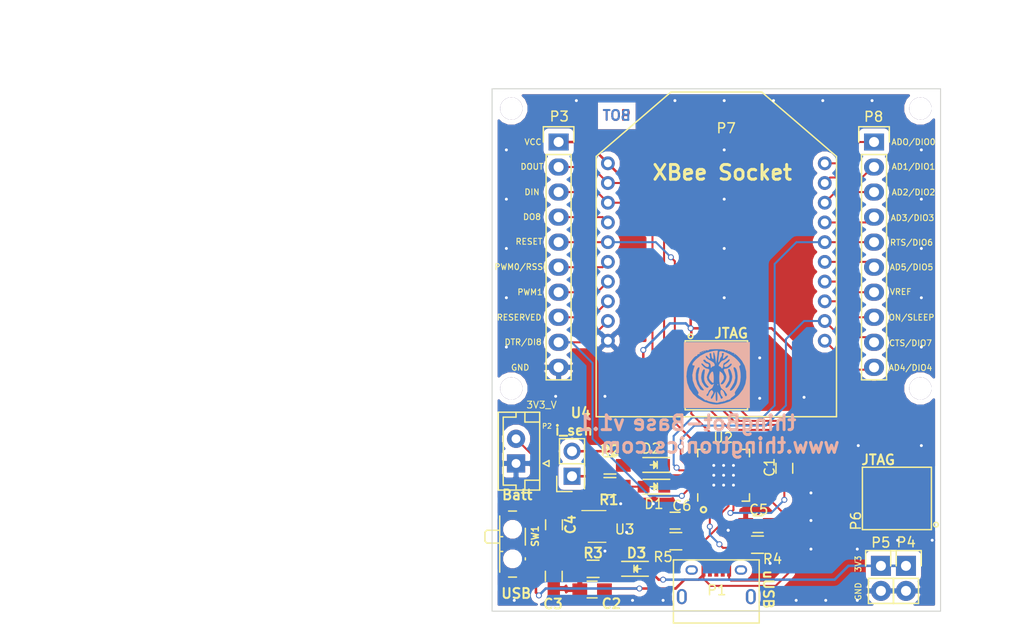
<source format=kicad_pcb>
(kicad_pcb (version 4) (host pcbnew 4.0.4-stable)
  (title_block (title thingBot-Base) (date 2016-12-25) (rev v1.1) (company "thingTronics Innovations Pvt. Ltd."))
  (layers (0 F.Cu signal) (31 B.Cu signal) (34 B.Paste user) (35 F.Paste user hide) (36 B.SilkS user) (37 F.SilkS user) (38 B.Mask user) (39 F.Mask user) (44 Edge.Cuts user))
  (net 0 "")
  (net 1 VDD)
  (net 2 GND)
  (net 3 +5V)
  (net 4 "Net-(C3-Pad1)")
  (net 5 +3V3)
  (net 6 "Net-(D1-Pad2)")
  (net 7 /DIN)
  (net 8 "Net-(D2-Pad2)")
  (net 9 /DOUT)
  (net 10 "Net-(D3-Pad1)")
  (net 11 VXBEE_3V3)
  (net 12 "Net-(P3-Pad4)")
  (net 13 RST)
  (net 14 "Net-(P3-Pad6)")
  (net 15 "Net-(P3-Pad7)")
  (net 16 "Net-(P3-Pad8)")
  (net 17 DTR)
  (net 18 "Net-(P6-Pad7)")
  (net 19 "Net-(P6-Pad10)")
  (net 20 "Net-(P6-Pad8)")
  (net 21 "Net-(P6-Pad2)")
  (net 22 "Net-(P6-Pad4)")
  (net 23 "Net-(P6-Pad6)")
  (net 24 "Net-(P7-Pad27)")
  (net 25 /AD0)
  (net 26 "Net-(P7-Pad19)")
  (net 27 "Net-(P7-Pad18)")
  (net 28 "Net-(P7-Pad17)")
  (net 29 RTS)
  (net 30 "Net-(P7-Pad15)")
  (net 31 "Net-(P7-Pad14)")
  (net 32 "Net-(P7-Pad13)")
  (net 33 CTS)
  (net 34 "Net-(P7-Pad11)")
  (net 35 "Net-(U2-Pad1)")
  (net 36 "Net-(U2-Pad2)")
  (net 37 "Net-(U2-Pad10)")
  (net 38 "Net-(U2-Pad11)")
  (net 39 "Net-(U2-Pad12)")
  (net 40 "Net-(U2-Pad13)")
  (net 41 "Net-(U2-Pad14)")
  (net 42 "Net-(U2-Pad15)")
  (net 43 "Net-(U2-Pad16)")
  (net 44 "Net-(U2-Pad17)")
  (net 45 "Net-(U2-Pad18)")
  (net 46 "Net-(U2-Pad19)")
  (net 47 "Net-(U2-Pad20)")
  (net 48 "Net-(U2-Pad21)")
  (net 49 "Net-(U2-Pad22)")
  (net 50 "Net-(U2-Pad27)")
  (net 51 "Net-(P1-Pad4)")
  (net 52 "Net-(U3-Pad4)")
  (net 53 "Net-(C5-Pad1)")
  (net 54 "Net-(C6-Pad1)")
  (net 55 "Net-(R4-Pad1)")
  (net 56 "Net-(R5-Pad1)")
  (net 57 "Net-(P2-Pad2)")
  (module conn-wire-pads:Hole-Screw-NP-#4 (layer F.Cu) (at 128.3 71.6)
    (fp_text reference REF** hide)
    (fp_text value VAL** hide)
    (pad P thru_hole circle (at -0.1 0) (size 2.2606 2.2606) (drill 2.2606) (layers *.Cu *.Mask) (clearance 0.5))
  )
  (module VIA'S:VIA_0.6mm (layer F.Cu) (at 163.4 105.8)
    (fp_text reference REF** hide)
    (fp_text value VIA_0.6mm hide)
    (pad 1 thru_hole circle (at 0 0) (size 0.6 0.6) (drill 0.3) (layers *.Cu) (net 2 GND))
  )
  (module Buttons_Switches_SMD:SW_SPDT_PCM12 (layer F.Cu) (at 128.65 115.79 270)
    (fp_text reference SW1 (at -0.8 -1.97 450) (layer F.SilkS) (effects (font (size 0.7 0.7))))
    (fp_text value ON/OFF_Switch)
    (pad "" np_thru_hole circle (at -1.5 0.325 270) (size 0.9 0.9) (drill 0.9) (layers *.Cu *.Mask))
    (pad "" np_thru_hole circle (at 1.5 0.325 270) (size 0.9 0.9) (drill 0.9) (layers *.Cu *.Mask))
    (pad 1 smd rect (at -2.25 -1.425 270) (size 0.7 1.5) (layers F.Cu F.Paste F.Mask) (net 57 "Net-(P2-Pad2)"))
    (pad 2 smd rect (at 0.75 -1.425 270) (size 0.7 1.5) (layers F.Cu F.Paste F.Mask) (net 4 "Net-(C3-Pad1)"))
    (pad 3 smd rect (at 2.25 -1.425 270) (size 0.7 1.5) (layers F.Cu F.Paste F.Mask) (net 3 +5V))
    (pad "" smd rect (at -3.65 1.425 270) (size 1 0.8) (layers F.Cu F.Paste F.Mask))
    (pad "" smd rect (at 3.65 1.425 270) (size 1 0.8) (layers F.Cu F.Paste F.Mask))
    (pad "" smd rect (at 3.65 -0.775 270) (size 1 0.8) (layers F.Cu F.Paste F.Mask))
    (pad "" smd rect (at -3.65 -0.775 270) (size 1 0.8) (layers F.Cu F.Paste F.Mask))
  )
  (module VIA'S:VIA_0.6mm (layer F.Cu) (at 137.7 100.8)
    (fp_text reference REF** hide)
    (fp_text value VIA_0.6mm hide)
    (pad 1 thru_hole circle (at 0 0) (size 0.6 0.6) (drill 0.3) (layers *.Cu) (net 2 GND))
  )
  (module VIA'S:VIA_0.6mm (layer F.Cu) (at 132.7 100.8)
    (fp_text reference REF** hide)
    (fp_text value VIA_0.6mm hide)
    (pad 1 thru_hole circle (at 0 0) (size 0.6 0.6) (drill 0.3) (layers *.Cu) (net 2 GND))
  )
  (module VIA'S:VIA_0.6mm (layer F.Cu) (at 149.8 90.8)
    (fp_text reference REF** hide)
    (fp_text value VIA_0.6mm hide)
    (pad 1 thru_hole circle (at 0 0) (size 0.6 0.6) (drill 0.3) (layers *.Cu) (net 2 GND))
  )
  (module VIA'S:VIA_0.6mm (layer F.Cu) (at 149.8 85.8)
    (fp_text reference REF** hide)
    (fp_text value VIA_0.6mm hide)
    (pad 1 thru_hole circle (at 0 0) (size 0.6 0.6) (drill 0.3) (layers *.Cu) (net 2 GND))
  )
  (module VIA'S:VIA_0.6mm (layer F.Cu) (at 149.8 80.8)
    (fp_text reference REF** hide)
    (fp_text value VIA_0.6mm hide)
    (pad 1 thru_hole circle (at 0 0) (size 0.6 0.6) (drill 0.3) (layers *.Cu) (net 2 GND))
  )
  (module VIA'S:VIA_0.6mm (layer F.Cu) (at 149.8 75.8)
    (fp_text reference REF** hide)
    (fp_text value VIA_0.6mm hide)
    (pad 1 thru_hole circle (at 0 0) (size 0.6 0.6) (drill 0.3) (layers *.Cu) (net 2 GND))
  )
  (module VIA'S:VIA_0.6mm (layer F.Cu) (at 127.7 95.8)
    (fp_text reference REF** hide)
    (fp_text value VIA_0.6mm hide)
    (pad 1 thru_hole circle (at 0 0) (size 0.6 0.6) (drill 0.3) (layers *.Cu) (net 2 GND))
  )
  (module VIA'S:VIA_0.6mm (layer F.Cu) (at 127.7 90.8)
    (fp_text reference REF** hide)
    (fp_text value VIA_0.6mm hide)
    (pad 1 thru_hole circle (at 0 0) (size 0.6 0.6) (drill 0.3) (layers *.Cu) (net 2 GND))
  )
  (module VIA'S:VIA_0.6mm (layer F.Cu) (at 127.7 85.8)
    (fp_text reference REF** hide)
    (fp_text value VIA_0.6mm hide)
    (pad 1 thru_hole circle (at 0 0) (size 0.6 0.6) (drill 0.3) (layers *.Cu) (net 2 GND))
  )
  (module VIA'S:VIA_0.6mm (layer F.Cu) (at 127.7 80.8)
    (fp_text reference REF** hide)
    (fp_text value VIA_0.6mm hide)
    (pad 1 thru_hole circle (at 0 0) (size 0.6 0.6) (drill 0.3) (layers *.Cu) (net 2 GND))
  )
  (module VIA'S:VIA_0.6mm (layer F.Cu) (at 127.7 75.8)
    (fp_text reference REF** hide)
    (fp_text value VIA_0.6mm hide)
    (pad 1 thru_hole circle (at 0 0) (size 0.6 0.6) (drill 0.3) (layers *.Cu) (net 2 GND))
  )
  (module VIA'S:VIA_0.6mm (layer F.Cu) (at 169.8 105.8)
    (fp_text reference REF** hide)
    (fp_text value VIA_0.6mm hide)
    (pad 1 thru_hole circle (at 0 0) (size 0.6 0.6) (drill 0.3) (layers *.Cu) (net 2 GND))
  )
  (module VIA'S:VIA_0.6mm (layer F.Cu) (at 169.8 95.8)
    (fp_text reference REF** hide)
    (fp_text value VIA_0.6mm hide)
    (pad 1 thru_hole circle (at 0 0) (size 0.6 0.6) (drill 0.3) (layers *.Cu) (net 2 GND))
  )
  (module VIA'S:VIA_0.6mm (layer F.Cu) (at 169.8 90.8)
    (fp_text reference REF** hide)
    (fp_text value VIA_0.6mm hide)
    (pad 1 thru_hole circle (at 0 0) (size 0.6 0.6) (drill 0.3) (layers *.Cu) (net 2 GND))
  )
  (module VIA'S:VIA_0.6mm (layer F.Cu) (at 169.8 85.8)
    (fp_text reference REF** hide)
    (fp_text value VIA_0.6mm hide)
    (pad 1 thru_hole circle (at 0 0) (size 0.6 0.6) (drill 0.3) (layers *.Cu) (net 2 GND))
  )
  (module VIA'S:VIA_0.6mm (layer F.Cu) (at 169.8 80.8)
    (fp_text reference REF** hide)
    (fp_text value VIA_0.6mm hide)
    (pad 1 thru_hole circle (at 0 0) (size 0.6 0.6) (drill 0.3) (layers *.Cu) (net 2 GND))
  )
  (module VIA'S:VIA_0.6mm (layer F.Cu) (at 169.8 75.8)
    (fp_text reference REF** hide)
    (fp_text value VIA_0.6mm hide)
    (pad 1 thru_hole circle (at 0 0) (size 0.6 0.6) (drill 0.3) (layers *.Cu) (net 2 GND))
  )
  (module VIA'S:VIA_0.6mm (layer F.Cu) (at 134.8 70.8)
    (fp_text reference REF** hide)
    (fp_text value VIA_0.6mm hide)
    (pad 1 thru_hole circle (at 0 0) (size 0.6 0.6) (drill 0.3) (layers *.Cu) (net 2 GND))
  )
  (module VIA'S:VIA_0.6mm (layer F.Cu) (at 144.8 70.8)
    (fp_text reference REF** hide)
    (fp_text value VIA_0.6mm hide)
    (pad 1 thru_hole circle (at 0 0) (size 0.6 0.6) (drill 0.3) (layers *.Cu) (net 2 GND))
  )
  (module VIA'S:VIA_0.6mm (layer F.Cu) (at 149.8 70.8)
    (fp_text reference REF** hide)
    (fp_text value VIA_0.6mm hide)
    (pad 1 thru_hole circle (at 0 0) (size 0.6 0.6) (drill 0.3) (layers *.Cu) (net 2 GND))
  )
  (module VIA'S:VIA_0.6mm (layer F.Cu) (at 164.8 70.8)
    (fp_text reference REF** hide)
    (fp_text value VIA_0.6mm hide)
    (pad 1 thru_hole circle (at 0 0) (size 0.6 0.6) (drill 0.3) (layers *.Cu) (net 2 GND))
  )
  (module VIA'S:VIA_0.6mm (layer F.Cu) (at 159.8 70.8)
    (fp_text reference REF** hide)
    (fp_text value VIA_0.6mm hide)
    (pad 1 thru_hole circle (at 0 0) (size 0.6 0.6) (drill 0.3) (layers *.Cu) (net 2 GND))
  )
  (module VIA'S:VIA_0.6mm (layer F.Cu) (at 154.8 70.8)
    (fp_text reference REF** hide)
    (fp_text value VIA_0.6mm hide)
    (pad 1 thru_hole circle (at 0 0) (size 0.6 0.6) (drill 0.3) (layers *.Cu) (net 2 GND))
  )
  (module VIA'S:VIA_0.6mm (layer F.Cu) (at 157.9 100.9)
    (fp_text reference REF** hide)
    (fp_text value VIA_0.6mm hide)
    (pad 1 thru_hole circle (at 0 0) (size 0.6 0.6) (drill 0.3) (layers *.Cu) (net 2 GND))
  )
  (module VIA'S:VIA_0.6mm (layer F.Cu) (at 153.4 101)
    (fp_text reference REF** hide)
    (fp_text value VIA_0.6mm hide)
    (pad 1 thru_hole circle (at 0 0) (size 0.6 0.6) (drill 0.3) (layers *.Cu) (net 2 GND))
  )
  (module VIA'S:VIA_0.6mm (layer F.Cu) (at 128.5 121.5)
    (fp_text reference REF** hide)
    (fp_text value VIA_0.6mm hide)
    (pad 1 thru_hole circle (at 0 0) (size 0.6 0.6) (drill 0.3) (layers *.Cu) (net 2 GND))
  )
  (module VIA'S:VIA_0.6mm (layer F.Cu) (at 158.6 113.4)
    (fp_text reference REF** hide)
    (fp_text value VIA_0.6mm hide)
    (pad 1 thru_hole circle (at 0 0) (size 0.6 0.6) (drill 0.3) (layers *.Cu) (net 2 GND))
  )
  (module VIA'S:VIA_0.6mm (layer F.Cu) (at 170.9 115.4)
    (fp_text reference REF** hide)
    (fp_text value VIA_0.6mm hide)
    (pad 1 thru_hole circle (at 0 0) (size 0.6 0.6) (drill 0.3) (layers *.Cu) (net 2 GND))
  )
  (module VIA'S:VIA_0.6mm (layer F.Cu) (at 167.4 115.4)
    (fp_text reference REF** hide)
    (fp_text value VIA_0.6mm hide)
    (pad 1 thru_hole circle (at 0 0) (size 0.6 0.6) (drill 0.3) (layers *.Cu) (net 2 GND))
  )
  (module VIA'S:VIA_0.6mm (layer F.Cu) (at 163.3 116.3)
    (fp_text reference REF** hide)
    (fp_text value VIA_0.6mm hide)
    (pad 1 thru_hole circle (at 0 0) (size 0.6 0.6) (drill 0.3) (layers *.Cu) (net 2 GND))
  )
  (module VIA'S:VIA_0.6mm (layer F.Cu) (at 158.6 110.6)
    (fp_text reference REF** hide)
    (fp_text value VIA_0.6mm hide)
    (pad 1 thru_hole circle (at 0 0) (size 0.6 0.6) (drill 0.3) (layers *.Cu) (net 2 GND))
  )
  (module VIA'S:VIA_0.6mm (layer F.Cu) (at 142.6 111.7)
    (fp_text reference REF** hide)
    (fp_text value VIA_0.6mm hide)
    (pad 1 thru_hole circle (at 0 0) (size 0.6 0.6) (drill 0.3) (layers *.Cu) (net 2 GND))
  )
  (module VIA'S:VIA_0.6mm (layer F.Cu) (at 139.3 111.7)
    (fp_text reference REF** hide)
    (fp_text value VIA_0.6mm hide)
    (pad 1 thru_hole circle (at 0 0) (size 0.6 0.6) (drill 0.3) (layers *.Cu) (net 2 GND))
  )
  (module VIA'S:VIA_0.6mm (layer F.Cu) (at 140.5 121.5)
    (fp_text reference REF** hide)
    (fp_text value VIA_0.6mm hide)
    (pad 1 thru_hole circle (at 0 0) (size 0.6 0.6) (drill 0.3) (layers *.Cu) (net 2 GND))
  )
  (module VIA'S:VIA_0.6mm (layer F.Cu) (at 143.6 121.5)
    (fp_text reference REF** hide)
    (fp_text value VIA_0.6mm hide)
    (pad 1 thru_hole circle (at 0 0) (size 0.6 0.6) (drill 0.3) (layers *.Cu) (net 2 GND))
  )
  (module VIA'S:VIA_0.6mm (layer F.Cu) (at 137.7 116.5)
    (fp_text reference REF** hide)
    (fp_text value VIA_0.6mm hide)
    (pad 1 thru_hole circle (at 0 0) (size 0.6 0.6) (drill 0.3) (layers *.Cu) (net 2 GND))
  )
  (module VIA'S:VIA_0.6mm (layer F.Cu) (at 139.9 114.6)
    (fp_text reference REF** hide)
    (fp_text value VIA_0.6mm hide)
    (pad 1 thru_hole circle (at 0 0) (size 0.6 0.6) (drill 0.3) (layers *.Cu) (net 2 GND))
  )
  (module VIA'S:VIA_0.6mm (layer F.Cu) (at 150.2 114.39)
    (fp_text reference REF** hide)
    (fp_text value VIA_0.6mm hide)
    (pad 1 thru_hole circle (at 0 0) (size 0.6 0.6) (drill 0.3) (layers *.Cu) (net 2 GND))
  )
  (module TO_SOT_Packages_SMD:SOT-23-5 (layer F.Cu) (at 136.9 114)
    (fp_text reference U3 (at 2.8 0.3) (layer F.SilkS))
    (fp_text value LP5907_LDO_250mA)
    (pad 1 smd rect (at -1.1 -0.95) (size 1.06 0.65) (layers F.Cu F.Paste F.Mask) (net 4 "Net-(C3-Pad1)"))
    (pad 2 smd rect (at -1.1 0) (size 1.06 0.65) (layers F.Cu F.Paste F.Mask) (net 2 GND))
    (pad 3 smd rect (at -1.1 0.95) (size 1.06 0.65) (layers F.Cu F.Paste F.Mask) (net 4 "Net-(C3-Pad1)"))
    (pad 4 smd rect (at 1.1 0.95) (size 1.06 0.65) (layers F.Cu F.Paste F.Mask) (net 52 "Net-(U3-Pad4)"))
    (pad 5 smd rect (at 1.1 -0.95) (size 1.06 0.65) (layers F.Cu F.Paste F.Mask) (net 5 +3V3))
  )
  (module Capacitors_SMD:C_0805_HandSoldering (layer F.Cu) (at 136.4 120.4 180)
    (fp_text reference C2 (at -1.96 -1.44 360) (layer F.SilkS) (effects (font (thickness 0.2))))
    (fp_text value 1uF)
    (pad 1 smd rect (at -1.25 0 180) (size 1.5 1.25) (layers F.Cu F.Paste F.Mask) (net 3 +5V))
    (pad 2 smd rect (at 1.25 0 180) (size 1.5 1.25) (layers F.Cu F.Paste F.Mask) (net 2 GND))
  )
  (module VIA'S:VIA_0.6mm (layer F.Cu) (at 154.45 117.75)
    (fp_text reference REF** hide)
    (fp_text value VIA_0.6mm hide)
    (pad 1 thru_hole circle (at 0 0) (size 0.6 0.6) (drill 0.3) (layers *.Cu) (net 2 GND))
  )
  (module VIA'S:VIA_0.6mm (layer F.Cu) (at 150.21 114.39)
    (fp_text reference REF** hide)
    (fp_text value VIA_0.6mm hide)
    (pad 1 thru_hole circle (at 0 0) (size 0.6 0.6) (drill 0.3) (layers *.Cu) (net 2 GND))
  )
  (module VIA'S:VIA_0.6mm (layer F.Cu) (at 163.3 121.5)
    (fp_text reference REF** hide)
    (fp_text value VIA_0.6mm hide)
    (pad 1 thru_hole circle (at 0 0) (size 0.6 0.6) (drill 0.3) (layers *.Cu) (net 2 GND))
  )
  (module VIA'S:VIA_0.6mm (layer F.Cu) (at 160.1 121.5)
    (fp_text reference REF** hide)
    (fp_text value VIA_0.6mm hide)
    (pad 1 thru_hole circle (at 0 0) (size 0.6 0.6) (drill 0.3) (layers *.Cu) (net 2 GND))
  )
  (module VIA'S:VIA_0.6mm (layer F.Cu) (at 157.1 121.5)
    (fp_text reference REF** hide)
    (fp_text value VIA_0.6mm hide)
    (pad 1 thru_hole circle (at 0 0) (size 0.6 0.6) (drill 0.3) (layers *.Cu) (net 2 GND))
  )
  (module VIA'S:VIA_0.6mm (layer F.Cu) (at 158.6 116.3)
    (fp_text reference REF** hide)
    (fp_text value VIA_0.6mm hide)
    (pad 1 thru_hole circle (at 0 0) (size 0.6 0.6) (drill 0.3) (layers *.Cu) (net 2 GND))
  )
  (module Xbee:XBee_Plug (layer F.Cu) (at 138 77.16)
    (fp_text reference P7 (at 12 -3.56) (layer F.SilkS))
    (fp_text value XBEE)
    (pad 29 smd rect (at 13.54 19.51 90) (size 2.5 0.75) (layers F.Cu F.Paste F.Mask) (net 2 GND))
    (pad 27 smd rect (at 12.27 19.51 90) (size 2.5 0.75) (layers F.Cu F.Paste F.Mask) (net 24 "Net-(P7-Pad27)"))
    (pad 25 smd rect (at 11 19.51 90) (size 2.5 0.75) (layers F.Cu F.Paste F.Mask) (net 2 GND))
    (pad 23 smd rect (at 9.73 19.51 90) (size 2.5 0.75) (layers F.Cu F.Paste F.Mask) (net 2 GND))
    (pad 21 smd rect (at 8.46 19.51 90) (size 2.5 0.75) (layers F.Cu F.Paste F.Mask) (net 11 VXBEE_3V3))
    (pad 22 smd rect (at 8.46 23.51 90) (size 2.5 0.75) (layers F.Cu F.Paste F.Mask) (net 21 "Net-(P6-Pad2)"))
    (pad 24 smd rect (at 9.73 23.51 90) (size 2.5 0.75) (layers F.Cu F.Paste F.Mask) (net 22 "Net-(P6-Pad4)"))
    (pad 30 smd rect (at 13.54 23.51 90) (size 2.5 0.75) (layers F.Cu F.Paste F.Mask) (net 19 "Net-(P6-Pad10)"))
    (pad 28 smd rect (at 12.27 23.51 90) (size 2.5 0.75) (layers F.Cu F.Paste F.Mask) (net 20 "Net-(P6-Pad8)"))
    (pad 20 thru_hole circle (at 22 0) (size 1.4 1.4) (drill 0.8) (layers *.Cu *.Mask) (net 25 /AD0))
    (pad 19 thru_hole circle (at 22 2) (size 1.4 1.4) (drill 0.8) (layers *.Cu *.Mask) (net 26 "Net-(P7-Pad19)"))
    (pad 18 thru_hole circle (at 22 4) (size 1.4 1.4) (drill 0.8) (layers *.Cu *.Mask) (net 27 "Net-(P7-Pad18)"))
    (pad 17 thru_hole circle (at 22 6) (size 1.4 1.4) (drill 0.8) (layers *.Cu *.Mask) (net 28 "Net-(P7-Pad17)"))
    (pad 16 thru_hole circle (at 22 8) (size 1.4 1.4) (drill 0.8) (layers *.Cu *.Mask) (net 29 RTS))
    (pad 15 thru_hole circle (at 22 10) (size 1.4 1.4) (drill 0.8) (layers *.Cu *.Mask) (net 30 "Net-(P7-Pad15)"))
    (pad 14 thru_hole circle (at 22 12) (size 1.4 1.4) (drill 0.8) (layers *.Cu *.Mask) (net 31 "Net-(P7-Pad14)"))
    (pad 13 thru_hole circle (at 22 14) (size 1.4 1.4) (drill 0.8) (layers *.Cu *.Mask) (net 32 "Net-(P7-Pad13)"))
    (pad 12 thru_hole circle (at 22 16) (size 1.4 1.4) (drill 0.8) (layers *.Cu *.Mask) (net 33 CTS))
    (pad 11 thru_hole circle (at 22 18) (size 1.4 1.4) (drill 0.8) (layers *.Cu *.Mask) (net 34 "Net-(P7-Pad11)"))
    (pad 10 thru_hole circle (at 0 18) (size 1.4 1.4) (drill 0.8) (layers *.Cu *.Mask) (net 2 GND))
    (pad 9 thru_hole circle (at 0 16) (size 1.4 1.4) (drill 0.8) (layers *.Cu *.Mask) (net 17 DTR))
    (pad 8 thru_hole circle (at 0 14) (size 1.4 1.4) (drill 0.8) (layers *.Cu *.Mask) (net 16 "Net-(P3-Pad8)"))
    (pad 7 thru_hole circle (at 0 12) (size 1.4 1.4) (drill 0.8) (layers *.Cu *.Mask) (net 15 "Net-(P3-Pad7)"))
    (pad 6 thru_hole circle (at 0 10) (size 1.4 1.4) (drill 0.8) (layers *.Cu *.Mask) (net 14 "Net-(P3-Pad6)"))
    (pad 5 thru_hole circle (at 0 8) (size 1.4 1.4) (drill 0.8) (layers *.Cu *.Mask) (net 13 RST))
    (pad 4 thru_hole circle (at 0 6) (size 1.4 1.4) (drill 0.8) (layers *.Cu *.Mask) (net 12 "Net-(P3-Pad4)"))
    (pad 3 thru_hole circle (at 0 4) (size 1.4 1.4) (drill 0.8) (layers *.Cu *.Mask) (net 7 /DIN))
    (pad 2 thru_hole circle (at 0 2) (size 1.4 1.4) (drill 0.8) (layers *.Cu *.Mask) (net 9 /DOUT))
    (pad 1 thru_hole circle (at 0 0) (size 1.4 1.4) (drill 0.8) (layers *.Cu *.Mask) (net 11 VXBEE_3V3))
    (pad 26 smd rect (at 11 23.51 90) (size 2.5 0.75) (layers F.Cu F.Paste F.Mask) (net 23 "Net-(P6-Pad6)"))
  )
  (module Capacitors_SMD:C_0805_HandSoldering (layer F.Cu) (at 132.51 119.05 270)
    (fp_text reference C3 (at 2.82 0.08 360) (layer F.SilkS) (effects (font (thickness 0.2))))
    (fp_text value 1uF)
    (pad 1 smd rect (at -1.25 0 270) (size 1.5 1.25) (layers F.Cu F.Paste F.Mask) (net 4 "Net-(C3-Pad1)"))
    (pad 2 smd rect (at 1.25 0 270) (size 1.5 1.25) (layers F.Cu F.Paste F.Mask) (net 2 GND))
  )
  (module VIA'S:VIA_0.6mm (layer F.Cu) (at 153.4 96.9)
    (fp_text reference REF** hide)
    (fp_text value VIA_0.6mm hide)
    (pad 1 thru_hole circle (at 0 0) (size 0.6 0.6) (drill 0.3) (layers *.Cu) (net 2 GND))
  )
  (module Connect:USB_Micro-B (layer F.Cu) (at 149 119.98254)
    (fp_text reference P1 (at 0.0491 0.48746) (layer F.SilkS))
    (fp_text value Micro_usb_B)
    (pad 1 smd rect (at -1.3009 -1.56254 90) (size 1.35 0.4) (layers F.Cu F.Paste F.Mask) (net 3 +5V))
    (pad 2 smd rect (at -0.6509 -1.56254 90) (size 1.35 0.4) (layers F.Cu F.Paste F.Mask) (net 54 "Net-(C6-Pad1)"))
    (pad 3 smd rect (at -0.0009 -1.56254 90) (size 1.35 0.4) (layers F.Cu F.Paste F.Mask) (net 53 "Net-(C5-Pad1)"))
    (pad 4 smd rect (at 0.6491 -1.56254 90) (size 1.35 0.4) (layers F.Cu F.Paste F.Mask) (net 51 "Net-(P1-Pad4)"))
    (pad 5 smd rect (at 1.2991 -1.56254 90) (size 1.35 0.4) (layers F.Cu F.Paste F.Mask) (net 2 GND))
    (pad 6 thru_hole oval (at -2.5009 -1.56254 90) (size 0.95 1.25) (drill oval 0.55 0.85) (layers *.Cu *.Mask))
    (pad 6 thru_hole oval (at 2.4991 -1.56254 90) (size 0.95 1.25) (drill oval 0.55 0.85) (layers *.Cu *.Mask))
    (pad 6 thru_hole oval (at -3.5009 1.13746 90) (size 1.55 1) (drill oval 1.15 0.5) (layers *.Cu *.Mask))
    (pad 6 thru_hole oval (at 3.4991 1.13746 90) (size 1.55 1) (drill oval 1.15 0.5) (layers *.Cu *.Mask))
  )
  (module Capacitors_SMD:C_0805_HandSoldering (layer F.Cu) (at 155.9 108.1 90)
    (fp_text reference C1 (at 0.1 -1.5 90) (layer F.SilkS))
    (fp_text value 0.1uF)
    (pad 1 smd rect (at -1.25 0 90) (size 1.5 1.25) (layers F.Cu F.Paste F.Mask) (net 1 VDD))
    (pad 2 smd rect (at 1.25 0 90) (size 1.5 1.25) (layers F.Cu F.Paste F.Mask) (net 2 GND))
  )
  (module Capacitors_SMD:C_0805_HandSoldering (layer F.Cu) (at 132.53 113.83 90)
    (fp_text reference C4 (at 0.03 1.67 90) (layer F.SilkS) (effects (font (thickness 0.2))))
    (fp_text value 1uF)
    (pad 1 smd rect (at -1.25 0 90) (size 1.5 1.25) (layers F.Cu F.Paste F.Mask) (net 5 +3V3))
    (pad 2 smd rect (at 1.25 0 90) (size 1.5 1.25) (layers F.Cu F.Paste F.Mask) (net 2 GND))
  )
  (module LEDs:LED_0805 (layer F.Cu) (at 142.67 109.97 180)
    (fp_text reference D1 (at 0 -1.75 180) (layer F.SilkS))
    (fp_text value YELLOW)
    (pad 2 smd rect (at 1.04902 0) (size 1.19888 1.19888) (layers F.Cu F.Paste F.Mask) (net 6 "Net-(D1-Pad2)"))
    (pad 1 smd rect (at -1.04902 0) (size 1.19888 1.19888) (layers F.Cu F.Paste F.Mask) (net 7 /DIN))
  )
  (module LEDs:LED_0805 (layer F.Cu) (at 142.65 107.76 180)
    (fp_text reference D2 (at 0.25 1.66 180) (layer F.SilkS))
    (fp_text value YELLOW)
    (pad 2 smd rect (at 1.04902 0) (size 1.19888 1.19888) (layers F.Cu F.Paste F.Mask) (net 8 "Net-(D2-Pad2)"))
    (pad 1 smd rect (at -1.04902 0) (size 1.19888 1.19888) (layers F.Cu F.Paste F.Mask) (net 9 /DOUT))
  )
  (module LEDs:LED_0805 (layer F.Cu) (at 141 118.3)
    (fp_text reference D3 (at -0.1 -1.6) (layer F.SilkS) (effects (font (thickness 0.2))))
    (fp_text value POWER)
    (pad 2 smd rect (at 1.04902 0 180) (size 1.19888 1.19888) (layers F.Cu F.Paste F.Mask) (net 5 +3V3))
    (pad 1 smd rect (at -1.04902 0 180) (size 1.19888 1.19888) (layers F.Cu F.Paste F.Mask) (net 10 "Net-(D3-Pad1)"))
  )
  (module Connectors_JST:JST_EH_B02B-EH-A_02x2.50mm_Straight (layer F.Cu) (at 128.68 107.61 90)
    (fp_text reference P2 (at 3.79 3.14 180) (layer F.SilkS) (effects (font (size 0.5 0.5) (thickness 0.09))))
    (fp_text value BATT_CONN)
    (pad 1 thru_hole rect (at 0 0 90) (size 1.85 1.85) (drill 0.9) (layers *.Cu *.Mask) (net 2 GND))
    (pad 2 thru_hole circle (at 2.5 0 90) (size 1.85 1.85) (drill 0.9) (layers *.Cu *.Mask) (net 57 "Net-(P2-Pad2)"))
  )
  (module Pin_Headers:Pin_Header_Straight_1x10 (layer F.Cu) (at 133 75)
    (fp_text reference P3 (at 0.07 -2.59) (layer F.SilkS))
    (fp_text value XBEE_CONN_LEFT)
    (pad 1 thru_hole rect (at 0 0) (size 2.032 1.7272) (drill 1.016) (layers *.Cu *.Mask) (net 11 VXBEE_3V3))
    (pad 2 thru_hole oval (at 0 2.54) (size 2.032 1.7272) (drill 1.016) (layers *.Cu *.Mask) (net 9 /DOUT))
    (pad 3 thru_hole oval (at 0 5.08) (size 2.032 1.7272) (drill 1.016) (layers *.Cu *.Mask) (net 7 /DIN))
    (pad 4 thru_hole oval (at 0 7.62) (size 2.032 1.7272) (drill 1.016) (layers *.Cu *.Mask) (net 12 "Net-(P3-Pad4)"))
    (pad 5 thru_hole oval (at 0 10.16) (size 2.032 1.7272) (drill 1.016) (layers *.Cu *.Mask) (net 13 RST))
    (pad 6 thru_hole oval (at 0 12.7) (size 2.032 1.7272) (drill 1.016) (layers *.Cu *.Mask) (net 14 "Net-(P3-Pad6)"))
    (pad 7 thru_hole oval (at 0 15.24) (size 2.032 1.7272) (drill 1.016) (layers *.Cu *.Mask) (net 15 "Net-(P3-Pad7)"))
    (pad 8 thru_hole oval (at 0 17.78) (size 2.032 1.7272) (drill 1.016) (layers *.Cu *.Mask) (net 16 "Net-(P3-Pad8)"))
    (pad 9 thru_hole oval (at 0 20.32) (size 2.032 1.7272) (drill 1.016) (layers *.Cu *.Mask) (net 17 DTR))
    (pad 10 thru_hole oval (at 0 22.86) (size 2.032 1.7272) (drill 1.016) (layers *.Cu *.Mask) (net 2 GND))
  )
  (module Pin_Headers:Pin_Header_Straight_1x02 (layer F.Cu) (at 168.24 118)
    (fp_text reference P4 (at 0.02 -2.39) (layer F.SilkS))
    (fp_text value CONN_01X02)
    (pad 1 thru_hole rect (at 0 0) (size 2.032 2.032) (drill 1.016) (layers *.Cu *.Mask) (net 5 +3V3))
    (pad 2 thru_hole oval (at 0 2.54) (size 2.032 2.032) (drill 1.016) (layers *.Cu *.Mask) (net 2 GND))
  )
  (module Pin_Headers:Pin_Header_Straight_1x02 (layer F.Cu) (at 165.7 118)
    (fp_text reference P5 (at -0.01 -2.36) (layer F.SilkS))
    (fp_text value CONN_01X02)
    (pad 1 thru_hole rect (at 0 0) (size 2.032 2.032) (drill 1.016) (layers *.Cu *.Mask) (net 5 +3V3))
    (pad 2 thru_hole oval (at 0 2.54) (size 2.032 2.032) (drill 1.016) (layers *.Cu *.Mask) (net 2 GND))
  )
  (module pin_header:Pin_Header_Straight_SMT_02x05_1.27mm_Pitch (layer F.Cu) (at 170.905 114.335 180)
    (fp_text reference P6 (at 7.745 0.905 270) (layer F.SilkS))
    (fp_text value JTAG)
    (pad 1 smd rect (at 1.585 0.635) (size 2.5 0.75) (layers F.Cu F.Paste F.Mask) (net 11 VXBEE_3V3))
    (pad 3 smd rect (at 1.585 1.905) (size 2.5 0.75) (layers F.Cu F.Paste F.Mask) (net 2 GND))
    (pad 5 smd rect (at 1.585 3.175) (size 2.5 0.75) (layers F.Cu F.Paste F.Mask) (net 2 GND))
    (pad 7 smd rect (at 1.585 4.445) (size 2.5 0.75) (layers F.Cu F.Paste F.Mask) (net 18 "Net-(P6-Pad7)"))
    (pad 9 smd rect (at 1.585 5.715) (size 2.5 0.75) (layers F.Cu F.Paste F.Mask) (net 2 GND))
    (pad 10 smd rect (at 5.585 5.715) (size 2.5 0.75) (layers F.Cu F.Paste F.Mask) (net 19 "Net-(P6-Pad10)"))
    (pad 8 smd rect (at 5.585 4.445) (size 2.5 0.75) (layers F.Cu F.Paste F.Mask) (net 20 "Net-(P6-Pad8)"))
    (pad 2 smd rect (at 5.585 0.635) (size 2.5 0.75) (layers F.Cu F.Paste F.Mask) (net 21 "Net-(P6-Pad2)"))
    (pad 4 smd rect (at 5.585 1.905) (size 2.5 0.75) (layers F.Cu F.Paste F.Mask) (net 22 "Net-(P6-Pad4)"))
    (pad 6 smd rect (at 5.585 3.175) (size 2.5 0.75) (layers F.Cu F.Paste F.Mask) (net 23 "Net-(P6-Pad6)"))
  )
  (module Pin_Headers:Pin_Header_Straight_1x10 (layer F.Cu) (at 165 75)
    (fp_text reference P8 (at -0.04 -2.56) (layer F.SilkS))
    (fp_text value XBEE_CONN_RIGHT)
    (pad 1 thru_hole rect (at 0 0) (size 2.032 1.7272) (drill 1.016) (layers *.Cu *.Mask) (net 25 /AD0))
    (pad 2 thru_hole oval (at 0 2.54) (size 2.032 1.7272) (drill 1.016) (layers *.Cu *.Mask) (net 26 "Net-(P7-Pad19)"))
    (pad 3 thru_hole oval (at 0 5.08) (size 2.032 1.7272) (drill 1.016) (layers *.Cu *.Mask) (net 27 "Net-(P7-Pad18)"))
    (pad 4 thru_hole oval (at 0 7.62) (size 2.032 1.7272) (drill 1.016) (layers *.Cu *.Mask) (net 28 "Net-(P7-Pad17)"))
    (pad 5 thru_hole oval (at 0 10.16) (size 2.032 1.7272) (drill 1.016) (layers *.Cu *.Mask) (net 29 RTS))
    (pad 6 thru_hole oval (at 0 12.7) (size 2.032 1.7272) (drill 1.016) (layers *.Cu *.Mask) (net 30 "Net-(P7-Pad15)"))
    (pad 7 thru_hole oval (at 0 15.24) (size 2.032 1.7272) (drill 1.016) (layers *.Cu *.Mask) (net 31 "Net-(P7-Pad14)"))
    (pad 8 thru_hole oval (at 0 17.78) (size 2.032 1.7272) (drill 1.016) (layers *.Cu *.Mask) (net 32 "Net-(P7-Pad13)"))
    (pad 9 thru_hole oval (at 0 20.32) (size 2.032 1.7272) (drill 1.016) (layers *.Cu *.Mask) (net 33 CTS))
    (pad 10 thru_hole oval (at 0 22.86) (size 2.032 1.7272) (drill 1.016) (layers *.Cu *.Mask) (net 34 "Net-(P7-Pad11)"))
  )
  (module Resistors_SMD:R_0805_HandSoldering (layer F.Cu) (at 138.202329 109.917869)
    (fp_text reference R1 (at -0.102329 1.382131) (layer F.SilkS) (effects (font (thickness 0.2))))
    (fp_text value 1K)
    (pad 1 smd rect (at -1.35 0) (size 1.5 1.3) (layers F.Cu F.Paste F.Mask) (net 5 +3V3))
    (pad 2 smd rect (at 1.35 0) (size 1.5 1.3) (layers F.Cu F.Paste F.Mask) (net 6 "Net-(D1-Pad2)"))
  )
  (module Resistors_SMD:R_0805_HandSoldering (layer F.Cu) (at 138.212329 107.807869)
    (fp_text reference R2 (at 0 -1.507869) (layer F.SilkS) (effects (font (thickness 0.2))))
    (fp_text value 1K)
    (pad 1 smd rect (at -1.35 0) (size 1.5 1.3) (layers F.Cu F.Paste F.Mask) (net 5 +3V3))
    (pad 2 smd rect (at 1.35 0) (size 1.5 1.3) (layers F.Cu F.Paste F.Mask) (net 8 "Net-(D2-Pad2)"))
  )
  (module Resistors_SMD:R_0805_HandSoldering (layer F.Cu) (at 136.5 118.3 180)
    (fp_text reference R3 (at 0 1.6 180) (layer F.SilkS) (effects (font (thickness 0.2))))
    (fp_text value 1K)
    (pad 1 smd rect (at -1.35 0 180) (size 1.5 1.3) (layers F.Cu F.Paste F.Mask) (net 10 "Net-(D3-Pad1)"))
    (pad 2 smd rect (at 1.35 0 180) (size 1.5 1.3) (layers F.Cu F.Paste F.Mask) (net 2 GND))
  )
  (module Pin_Headers:Pin_Header_Straight_2x01 (layer F.Cu) (at 134.36 108.91 90)
    (fp_text reference U4 (at 6.44 0.88 180) (layer F.SilkS) (effects (font (thickness 0.2))))
    (fp_text value PROBE)
    (pad 1 thru_hole rect (at 0 0 90) (size 1.7272 1.7272) (drill 1.016) (layers *.Cu *.Mask) (net 5 +3V3))
    (pad 2 thru_hole oval (at 2.54 0 90) (size 1.7272 1.7272) (drill 1.016) (layers *.Cu *.Mask) (net 11 VXBEE_3V3))
  )
  (module "Fab Details table:Fab Details table" (layer F.Cu) (at 77.57 69.61)
    (fp_text reference REF** hide)
    (fp_text value "Fab Details table")
  )
  (module Capacitors_SMD:C_0805_HandSoldering (layer F.Cu) (at 153.23 113.77 180)
    (fp_text reference C5 (at -0.07 1.47 180) (layer F.SilkS))
    (fp_text value 47pF)
    (pad 1 smd rect (at -1.25 0 180) (size 1.5 1.25) (layers F.Cu F.Paste F.Mask) (net 53 "Net-(C5-Pad1)"))
    (pad 2 smd rect (at 1.25 0 180) (size 1.5 1.25) (layers F.Cu F.Paste F.Mask) (net 2 GND))
  )
  (module Capacitors_SMD:C_0805_HandSoldering (layer F.Cu) (at 144.813432 113.410654)
    (fp_text reference C6 (at 0.686568 -1.510654) (layer F.SilkS))
    (fp_text value 47pF)
    (pad 1 smd rect (at -1.25 0) (size 1.5 1.25) (layers F.Cu F.Paste F.Mask) (net 54 "Net-(C6-Pad1)"))
    (pad 2 smd rect (at 1.25 0) (size 1.5 1.25) (layers F.Cu F.Paste F.Mask) (net 2 GND))
  )
  (module Resistors_SMD:R_0805_HandSoldering (layer F.Cu) (at 153.18 115.85)
    (fp_text reference R4 (at 1.52 1.45) (layer F.SilkS))
    (fp_text value 27E)
    (pad 1 smd rect (at -1.35 0) (size 1.5 1.3) (layers F.Cu F.Paste F.Mask) (net 55 "Net-(R4-Pad1)"))
    (pad 2 smd rect (at 1.35 0) (size 1.5 1.3) (layers F.Cu F.Paste F.Mask) (net 53 "Net-(C5-Pad1)"))
  )
  (module Resistors_SMD:R_0805_HandSoldering (layer F.Cu) (at 144.893432 115.500654 180)
    (fp_text reference R5 (at 1.293432 -1.599346 180) (layer F.SilkS))
    (fp_text value 27E)
    (pad 1 smd rect (at -1.35 0 180) (size 1.5 1.3) (layers F.Cu F.Paste F.Mask) (net 56 "Net-(R5-Pad1)"))
    (pad 2 smd rect (at 1.35 0 180) (size 1.5 1.3) (layers F.Cu F.Paste F.Mask) (net 54 "Net-(C6-Pad1)"))
  )
  (module logos:thingTronics_10mm (layer B.Cu) (at 149.1 98.6 180)
    (fp_text reference G*** hide)
    (fp_text value LOGO hide)
  )
  (module smt-dfn:QFN-28-1EP_5x5mm_Pitch0.5mm (layer F.Cu) (at 149.74 108.81 90)
    (fp_text reference U2 (at 3.81 -0.04 180) (layer F.SilkS))
    (fp_text value CP2102)
    (pad 1 smd oval (at -2.45 -1.5 90) (size 0.85 0.3) (layers F.Cu F.Paste F.Mask) (net 35 "Net-(U2-Pad1)"))
    (pad 2 smd oval (at -2.45 -1 90) (size 0.85 0.3) (layers F.Cu F.Paste F.Mask) (net 36 "Net-(U2-Pad2)"))
    (pad 3 smd oval (at -2.45 -0.5 90) (size 0.85 0.3) (layers F.Cu F.Paste F.Mask) (net 2 GND))
    (pad 4 smd oval (at -2.45 0 90) (size 0.85 0.3) (layers F.Cu F.Paste F.Mask) (net 55 "Net-(R4-Pad1)"))
    (pad 5 smd oval (at -2.45 0.5 90) (size 0.85 0.3) (layers F.Cu F.Paste F.Mask) (net 56 "Net-(R5-Pad1)"))
    (pad 6 smd oval (at -2.45 1 90) (size 0.85 0.3) (layers F.Cu F.Paste F.Mask) (net 1 VDD))
    (pad 7 smd oval (at -2.45 1.5 90) (size 0.85 0.3) (layers F.Cu F.Paste F.Mask) (net 3 +5V))
    (pad 8 smd oval (at -1.5 2.45 180) (size 0.85 0.3) (layers F.Cu F.Paste F.Mask) (net 3 +5V))
    (pad 9 smd oval (at -1 2.45 180) (size 0.85 0.3) (layers F.Cu F.Paste F.Mask) (net 13 RST))
    (pad 10 smd oval (at -0.5 2.45 180) (size 0.85 0.3) (layers F.Cu F.Paste F.Mask) (net 37 "Net-(U2-Pad10)"))
    (pad 11 smd oval (at 0 2.45 180) (size 0.85 0.3) (layers F.Cu F.Paste F.Mask) (net 38 "Net-(U2-Pad11)"))
    (pad 12 smd oval (at 0.5 2.45 180) (size 0.85 0.3) (layers F.Cu F.Paste F.Mask) (net 39 "Net-(U2-Pad12)"))
    (pad 13 smd oval (at 1 2.45 180) (size 0.85 0.3) (layers F.Cu F.Paste F.Mask) (net 40 "Net-(U2-Pad13)"))
    (pad 14 smd oval (at 1.5 2.45 180) (size 0.85 0.3) (layers F.Cu F.Paste F.Mask) (net 41 "Net-(U2-Pad14)"))
    (pad 15 smd oval (at 2.45 1.5 90) (size 0.85 0.3) (layers F.Cu F.Paste F.Mask) (net 42 "Net-(U2-Pad15)"))
    (pad 16 smd oval (at 2.45 1 90) (size 0.85 0.3) (layers F.Cu F.Paste F.Mask) (net 43 "Net-(U2-Pad16)"))
    (pad 17 smd oval (at 2.45 0.5 90) (size 0.85 0.3) (layers F.Cu F.Paste F.Mask) (net 44 "Net-(U2-Pad17)"))
    (pad 18 smd oval (at 2.45 0 90) (size 0.85 0.3) (layers F.Cu F.Paste F.Mask) (net 45 "Net-(U2-Pad18)"))
    (pad 19 smd oval (at 2.45 -0.5 90) (size 0.85 0.3) (layers F.Cu F.Paste F.Mask) (net 46 "Net-(U2-Pad19)"))
    (pad 20 smd oval (at 2.45 -1 90) (size 0.85 0.3) (layers F.Cu F.Paste F.Mask) (net 47 "Net-(U2-Pad20)"))
    (pad 21 smd oval (at 2.45 -1.5 90) (size 0.85 0.3) (layers F.Cu F.Paste F.Mask) (net 48 "Net-(U2-Pad21)"))
    (pad 22 smd oval (at 1.5 -2.45 180) (size 0.85 0.3) (layers F.Cu F.Paste F.Mask) (net 49 "Net-(U2-Pad22)"))
    (pad 23 smd oval (at 1 -2.45 180) (size 0.85 0.3) (layers F.Cu F.Paste F.Mask) (net 33 CTS))
    (pad 24 smd oval (at 0.5 -2.45 180) (size 0.85 0.3) (layers F.Cu F.Paste F.Mask) (net 29 RTS))
    (pad 25 smd oval (at 0 -2.45 180) (size 0.85 0.3) (layers F.Cu F.Paste F.Mask) (net 9 /DOUT))
    (pad 26 smd oval (at -0.5 -2.45 180) (size 0.85 0.3) (layers F.Cu F.Paste F.Mask) (net 7 /DIN))
    (pad 27 smd oval (at -1 -2.45 180) (size 0.85 0.3) (layers F.Cu F.Paste F.Mask) (net 50 "Net-(U2-Pad27)"))
    (pad 28 smd oval (at -1.5 -2.45 180) (size 0.85 0.3) (layers F.Cu F.Paste F.Mask) (net 17 DTR))
    (pad 29 smd rect (at 0.8375 0.8375 90) (size 1.675 1.675) (layers F.Cu F.Paste F.Mask) (net 2 GND))
    (pad 29 smd rect (at 0.8375 -0.8375 90) (size 1.675 1.675) (layers F.Cu F.Paste F.Mask) (net 2 GND))
    (pad 29 smd rect (at -0.8375 0.8375 90) (size 1.675 1.675) (layers F.Cu F.Paste F.Mask) (net 2 GND))
    (pad 29 smd rect (at -0.8375 -0.8375 90) (size 1.675 1.675) (layers F.Cu F.Paste F.Mask) (net 2 GND))
    (pad 29 thru_hole circle (at 0 0 90) (size 0.5 0.5) (drill 0.3) (layers *.Cu) (net 2 GND))
    (pad 29 thru_hole circle (at 1 0 90) (size 0.5 0.5) (drill 0.3) (layers *.Cu) (net 2 GND))
    (pad 29 thru_hole circle (at 0 1 90) (size 0.5 0.5) (drill 0.3) (layers *.Cu) (net 2 GND))
    (pad 29 thru_hole circle (at 1 1 180) (size 0.5 0.5) (drill 0.3) (layers *.Cu) (net 2 GND))
    (pad 29 thru_hole circle (at 1 -1 90) (size 0.5 0.5) (drill 0.3) (layers *.Cu) (net 2 GND))
    (pad 29 thru_hole circle (at 0 -1 180) (size 0.5 0.5) (drill 0.3) (layers *.Cu) (net 2 GND))
    (pad 29 thru_hole circle (at -1 -1 90) (size 0.5 0.5) (drill 0.3) (layers *.Cu) (net 2 GND))
    (pad 29 thru_hole circle (at -1 0 90) (size 0.5 0.5) (drill 0.3) (layers *.Cu) (net 2 GND))
    (pad 29 thru_hole circle (at -1 1 90) (size 0.5 0.5) (drill 0.3) (layers *.Cu) (net 2 GND))
  )
  (module conn-wire-pads:Hole-Screw-NP-#2 (layer F.Cu) (at 128.2 100.5 90)
    (fp_text reference REF** hide)
    (fp_text value VAL** hide)
    (pad P thru_hole circle (at 0.5 0 90) (size 2.2606 2.2606) (drill 2.2606) (layers *.Cu *.Mask) (clearance 0.5))
  )
  (module conn-wire-pads:Hole-Screw-NP-#2 (layer F.Cu) (at 169.7 100.5)
    (fp_text reference REF** hide)
    (fp_text value VAL** hide)
    (pad P thru_hole circle (at 0 -0.5) (size 2.2606 2.2606) (drill 2.2606) (layers *.Cu *.Mask) (clearance 0.5))
  )
  (module conn-wire-pads:Hole-Screw-NP-#2 (layer F.Cu) (at 169.7 71.6 90)
    (fp_text reference REF** hide)
    (fp_text value VAL** hide)
    (pad P thru_hole circle (at 0 0 90) (size 2.2606 2.2606) (drill 2.2606) (layers *.Cu *.Mask) (clearance 0.5))
  )
  (gr_text 3V3_V (at 131.27 101.67) (layer F.SilkS) (effects (font (size 0.7 0.7) (thickness 0.1))))
  (gr_text v1.1 (at 137.34 103.5) (layer B.SilkS) (effects (font (size 1.5 1.5) (thickness 0.3)) (justify mirror)))
  (gr_text "XBee Socket" (at 149.6 78.1) (layer F.SilkS) (effects (font (size 1.5 1.5) (thickness 0.3))))
  (gr_text JTAG (at 150.5 94.4) (layer F.SilkS) (effects (font (size 1 1) (thickness 0.2))))
  (gr_circle (center 147.7 112.3) (end 147.9 112.5) (layer F.SilkS) (width 0.2))
  (gr_text BOT (at 138.9 72.3) (layer B.Cu) (effects (font (size 1 1) (thickness 0.2)) (justify mirror)))
  (gr_text TOP (at 138.9 72.3) (layer F.Cu) (effects (font (size 1 1) (thickness 0.2))))
  (gr_text GND (at 163.4 120.6 90) (layer F.SilkS) (effects (font (size 0.6 0.6) (thickness 0.1))))
  (gr_text i_sen (at 134.54 104.25) (layer F.SilkS) (effects (font (size 1 1) (thickness 0.2))))
  (gr_text USB (at 128.7 120.8) (layer F.SilkS) (effects (font (size 1 1) (thickness 0.2))))
  (gr_text Batt (at 128.8 110.8) (layer F.SilkS) (effects (font (size 1 1) (thickness 0.2))))
  (gr_text www.thingtronics.com (at 149.4 105.8) (layer B.SilkS) (effects (font (size 1.5 1.5) (thickness 0.3)) (justify mirror)))
  (gr_text thingBot-Base (at 148.8 103.5) (layer B.SilkS) (effects (font (size 1.5 1.5) (thickness 0.3)) (justify mirror)))
  (gr_text AD4/DIO4 (at 168.7 97.9) (layer F.SilkS) (effects (font (size 0.6 0.6) (thickness 0.1))))
  (gr_text CTS/DIO7 (at 168.7 95.4) (layer F.SilkS) (effects (font (size 0.6 0.6) (thickness 0.1))))
  (gr_text ON/SLEEP (at 168.8 92.8) (layer F.SilkS) (effects (font (size 0.6 0.6) (thickness 0.1))))
  (gr_text VREF (at 167.7 90.2) (layer F.SilkS) (effects (font (size 0.6 0.6) (thickness 0.1))))
  (gr_text AD5/DIO5 (at 168.8 87.7) (layer F.SilkS) (effects (font (size 0.6 0.6) (thickness 0.1))))
  (gr_text RTS/DIO6 (at 168.8 85.2) (layer F.SilkS) (effects (font (size 0.6 0.6) (thickness 0.1))))
  (gr_text AD3/DIO3 (at 168.9 82.7) (layer F.SilkS) (effects (font (size 0.6 0.6) (thickness 0.1))))
  (gr_text AD2/DIO2 (at 169 80.1) (layer F.SilkS) (effects (font (size 0.6 0.6) (thickness 0.1))))
  (gr_text AD1/DIO1 (at 169 77.5) (layer F.SilkS) (effects (font (size 0.6 0.6) (thickness 0.1))))
  (gr_text ADO/DIO0 (at 169 75) (layer F.SilkS) (effects (font (size 0.6 0.6) (thickness 0.1))))
  (gr_text uUSB (at 154.28 120.38 270) (layer F.SilkS) (effects (font (size 1 1) (thickness 0.2))))
  (gr_text 3V3 (at 163.39 117.8 90) (layer F.SilkS) (effects (font (size 0.6 0.6) (thickness 0.1))))
  (gr_text JTAG (at 165.42 107.24) (layer F.SilkS) (effects (font (size 1 1) (thickness 0.2))))
  (gr_text GND (at 129.1 97.88) (layer F.SilkS) (effects (font (size 0.6 0.6) (thickness 0.1))))
  (gr_text DTR/DI8 (at 129.4 95.3) (layer F.SilkS) (effects (font (size 0.6 0.6) (thickness 0.1))))
  (gr_text RESERVED (at 129 92.8) (layer F.SilkS) (effects (font (size 0.6 0.6) (thickness 0.1))))
  (gr_text PWM1 (at 130.1 90.23) (layer F.SilkS) (effects (font (size 0.6 0.6) (thickness 0.1))))
  (gr_text RESET (at 130 85.1) (layer F.SilkS) (effects (font (size 0.6 0.6) (thickness 0.1))))
  (gr_text DO8 (at 130.3 82.6) (layer F.SilkS) (effects (font (size 0.6 0.6) (thickness 0.1))))
  (gr_text DIN (at 130.3 80.08) (layer F.SilkS) (effects (font (size 0.6 0.6) (thickness 0.1))))
  (gr_text DOUT (at 130.3 77.5) (layer F.SilkS) (effects (font (size 0.6 0.6) (thickness 0.1))))
  (gr_text PWM0/RSSI (at 129.1 87.67) (layer F.SilkS) (effects (font (size 0.6 0.6) (thickness 0.1))))
  (gr_text VCC (at 130.4 75) (layer F.SilkS) (effects (font (size 0.6 0.6) (thickness 0.1))))
  (gr_line (start 126.25 69.6) (end 126.25 122.6) (layer Edge.Cuts) (width 0.1))
  (gr_line (start 171.75 69.6) (end 126.25 69.6) (layer Edge.Cuts) (width 0.1))
  (gr_line (start 171.75 122.6) (end 171.75 69.6) (layer Edge.Cuts) (width 0.1))
  (gr_line (start 126.25 122.6) (end 171.75 122.6) (layer Edge.Cuts) (width 0.1))
  (segment (start 150.428335 112.628335) (end 154.3 112.628335) (width 0.2032) (layer B.Cu) (net 1))
  (segment (start 155.9 111.3) (end 154.571665 112.628335) (width 0.2032) (layer B.Cu) (net 1))
  (segment (start 154.571665 112.628335) (end 154.3 112.628335) (width 0.2032) (layer B.Cu) (net 1))
  (segment (start 155.9 110.3032) (end 155.9 111.3) (width 0.2032) (layer F.Cu) (net 1))
  (via (at 155.9 111.3) (size 0.6) (drill 0.4) (layers F.Cu B.Cu) (net 1))
  (segment (start 155.9 109.35) (end 155.9 110.3032) (width 0.2032) (layer F.Cu) (net 1))
  (segment (start 156.31 109.4) (end 156.27 109.36) (width 0.2032) (layer F.Cu) (net 1))
  (segment (start 150.74 111.26) (end 150.74 112.31667) (width 0.2032) (layer F.Cu) (net 1))
  (segment (start 150.74 112.31667) (end 150.728334 112.328336) (width 0.2032) (layer F.Cu) (net 1))
  (segment (start 150.728334 112.328336) (end 150.428335 112.628335) (width 0.2032) (layer F.Cu) (net 1))
  (via (at 150.428335 112.628335) (size 0.6) (drill 0.4) (layers F.Cu B.Cu) (net 1))
  (segment (start 149.24 111.26) (end 149.24 109.985) (width 0.2032) (layer F.Cu) (net 2))
  (segment (start 149.24 109.985) (end 148.9025 109.6475) (width 0.2032) (layer F.Cu) (net 2))
  (segment (start 135.8 114) (end 139.300001 114.000001) (width 0.2032) (layer F.Cu) (net 2))
  (segment (start 139.300001 114.000001) (end 139.9 114.6) (width 0.2032) (layer F.Cu) (net 2))
  (segment (start 150.2991 118.42) (end 150.2991 119.2982) (width 0.2032) (layer F.Cu) (net 2))
  (segment (start 154.45 118.88) (end 154.45 117.75) (width 0.2032) (layer F.Cu) (net 2))
  (segment (start 150.2991 119.2982) (end 150.5009 119.5) (width 0.2032) (layer F.Cu) (net 2))
  (segment (start 150.5009 119.5) (end 153.83 119.5) (width 0.2032) (layer F.Cu) (net 2))
  (segment (start 153.83 119.5) (end 154.45 118.88) (width 0.2032) (layer F.Cu) (net 2))
  (segment (start 154.59 117.89) (end 154.45 117.75) (width 0.2032) (layer F.Cu) (net 2))
  (segment (start 171 110.377882) (end 171 109.425) (width 0.2032) (layer F.Cu) (net 2))
  (segment (start 171 109.425) (end 170.195 108.62) (width 0.2032) (layer F.Cu) (net 2))
  (segment (start 170.195 108.62) (end 169.32 108.62) (width 0.2032) (layer F.Cu) (net 2))
  (segment (start 169.32 111.16) (end 170.217882 111.16) (width 0.2032) (layer F.Cu) (net 2))
  (segment (start 170.217882 111.16) (end 171 110.377882) (width 0.2032) (layer F.Cu) (net 2))
  (segment (start 169.32 112.43) (end 169.32 111.16) (width 0.2032) (layer F.Cu) (net 2))
  (segment (start 149 96.67) (end 147.73 96.67) (width 0.203) (layer F.Cu) (net 2))
  (segment (start 149 96.67) (end 149 98.1232) (width 0.2032) (layer F.Cu) (net 2))
  (segment (start 149 98.1232) (end 149.6368 98.76) (width 0.2032) (layer F.Cu) (net 2))
  (segment (start 149.6368 98.76) (end 151 98.76) (width 0.2032) (layer F.Cu) (net 2))
  (segment (start 151 98.76) (end 151.54 98.22) (width 0.2032) (layer F.Cu) (net 2))
  (segment (start 151.54 98.22) (end 151.54 96.67) (width 0.2032) (layer F.Cu) (net 2))
  (segment (start 153.4 96.9) (end 151.77 96.9) (width 0.203) (layer F.Cu) (net 2))
  (segment (start 151.77 96.9) (end 151.54 96.67) (width 0.2032) (layer F.Cu) (net 2))
  (segment (start 169.3 108.6) (end 169.32 108.62) (width 0.22) (layer F.Cu) (net 2))
  (segment (start 131 121) (end 130.700001 120.700001) (width 0.254) (layer F.Cu) (net 3))
  (segment (start 130.700001 120.700001) (end 130.700001 119.060001) (width 0.254) (layer F.Cu) (net 3))
  (segment (start 130.700001 119.060001) (end 130.075 118.435) (width 0.254) (layer F.Cu) (net 3))
  (segment (start 130.075 118.435) (end 130.075 118.04) (width 0.254) (layer F.Cu) (net 3))
  (segment (start 141.2 120.3) (end 137.75 120.3) (width 0.254) (layer F.Cu) (net 3))
  (segment (start 137.75 120.3) (end 137.65 120.4) (width 0.254) (layer F.Cu) (net 3))
  (segment (start 144.9 120.274532) (end 145.2 119.974532) (width 0.254) (layer F.Cu) (net 3))
  (segment (start 145.2 119.974532) (end 145.774532 119.4) (width 0.254) (layer F.Cu) (net 3))
  (segment (start 141.2 120.3) (end 144.874532 120.3) (width 0.254) (layer F.Cu) (net 3))
  (segment (start 144.874532 120.3) (end 145.2 119.974532) (width 0.254) (layer F.Cu) (net 3))
  (via (at 141.2 120.3) (size 0.6) (drill 0.4) (layers F.Cu B.Cu) (net 3))
  (segment (start 131.7 120.3) (end 141.2 120.3) (width 0.254) (layer B.Cu) (net 3))
  (segment (start 131 121) (end 131.7 120.3) (width 0.254) (layer B.Cu) (net 3))
  (via (at 131 121) (size 0.6) (drill 0.4) (layers F.Cu B.Cu) (net 3))
  (segment (start 147.6991 118.42) (end 147.6991 119.2982) (width 0.2032) (layer F.Cu) (net 3))
  (segment (start 147.6991 119.2982) (end 148.4309 120.03) (width 0.2032) (layer F.Cu) (net 3))
  (segment (start 156.4 113.25) (end 153.46 110.31) (width 0.2032) (layer F.Cu) (net 3))
  (segment (start 148.4309 120.03) (end 155.02 120.03) (width 0.2032) (layer F.Cu) (net 3))
  (segment (start 155.02 120.03) (end 156.4 118.65) (width 0.2032) (layer F.Cu) (net 3))
  (segment (start 153.46 110.31) (end 152.19 110.31) (width 0.2032) (layer F.Cu) (net 3))
  (segment (start 156.4 118.65) (end 156.4 113.25) (width 0.2032) (layer F.Cu) (net 3))
  (segment (start 147.1941 119.4) (end 147.6991 118.895) (width 0.254) (layer F.Cu) (net 3))
  (segment (start 145.774532 119.4) (end 147.1941 119.4) (width 0.254) (layer F.Cu) (net 3))
  (segment (start 147.6991 118.895) (end 147.6991 118.42) (width 0.254) (layer F.Cu) (net 3))
  (segment (start 151.8 111.26) (end 152.19 110.87) (width 0.2032) (layer F.Cu) (net 3))
  (segment (start 152.19 110.87) (end 152.19 110.31) (width 0.2032) (layer F.Cu) (net 3))
  (segment (start 151.24 111.26) (end 151.8 111.26) (width 0.2032) (layer F.Cu) (net 3))
  (segment (start 132.51 117.8) (end 131.631 117.8) (width 0.254) (layer F.Cu) (net 4))
  (segment (start 131.631 117.8) (end 130.371 116.54) (width 0.254) (layer F.Cu) (net 4))
  (segment (start 130.371 116.54) (end 130.075 116.54) (width 0.254) (layer F.Cu) (net 4))
  (segment (start 134.6 114.6) (end 134.95 114.95) (width 0.254) (layer F.Cu) (net 4))
  (segment (start 134.95 114.95) (end 135.8 114.95) (width 0.254) (layer F.Cu) (net 4))
  (segment (start 134.6 113.466) (end 134.6 114.6) (width 0.254) (layer F.Cu) (net 4))
  (segment (start 135.8 113.05) (end 135.016 113.05) (width 0.254) (layer F.Cu) (net 4))
  (segment (start 135.016 113.05) (end 134.6 113.466) (width 0.254) (layer F.Cu) (net 4))
  (segment (start 132.51 117.675) (end 135.235 114.95) (width 0.254) (layer F.Cu) (net 4))
  (segment (start 135.235 114.95) (end 135.8 114.95) (width 0.254) (layer F.Cu) (net 4))
  (segment (start 132.51 117.8) (end 132.51 117.675) (width 0.254) (layer F.Cu) (net 4))
  (segment (start 134.36 108.91) (end 136.74846 108.91) (width 0.254) (layer F.Cu) (net 5))
  (segment (start 136.74846 108.91) (end 136.852329 109.013869) (width 0.254) (layer F.Cu) (net 5))
  (segment (start 136.852329 109.013869) (end 136.852329 109.917869) (width 0.254) (layer F.Cu) (net 5))
  (segment (start 165.7 118) (end 166.97 118) (width 0.254) (layer B.Cu) (net 5))
  (segment (start 166.97 118) (end 168.24 118) (width 0.254) (layer B.Cu) (net 5))
  (segment (start 132.53 115.08) (end 133.409 115.08) (width 0.254) (layer F.Cu) (net 5))
  (segment (start 134 112.7) (end 135.1 111.6) (width 0.254) (layer F.Cu) (net 5))
  (segment (start 133.409 115.08) (end 134 114.489) (width 0.254) (layer F.Cu) (net 5))
  (segment (start 134 114.489) (end 134 112.7) (width 0.254) (layer F.Cu) (net 5))
  (segment (start 135.1 111.6) (end 136.852329 111.6) (width 0.254) (layer F.Cu) (net 5))
  (segment (start 136.852329 112.686329) (end 136.852329 111.6) (width 0.254) (layer F.Cu) (net 5))
  (segment (start 136.852329 111.6) (end 136.852329 110.821869) (width 0.254) (layer F.Cu) (net 5))
  (segment (start 142.04902 118.3) (end 142.04902 114.84902) (width 0.254) (layer F.Cu) (net 5))
  (segment (start 142.04902 114.84902) (end 140.25 113.05) (width 0.254) (layer F.Cu) (net 5))
  (segment (start 140.25 113.05) (end 138 113.05) (width 0.254) (layer F.Cu) (net 5))
  (segment (start 138 113.05) (end 137.216 113.05) (width 0.254) (layer F.Cu) (net 5))
  (segment (start 137.216 113.05) (end 136.852329 112.686329) (width 0.254) (layer F.Cu) (net 5))
  (segment (start 136.852329 110.821869) (end 136.852329 109.917869) (width 0.254) (layer F.Cu) (net 5))
  (segment (start 142.04902 118.031058) (end 142.04902 118.3) (width 0.254) (layer F.Cu) (net 5))
  (segment (start 143.6 119.4) (end 143.14902 119.4) (width 0.254) (layer F.Cu) (net 5))
  (segment (start 143.14902 119.4) (end 142.04902 118.3) (width 0.254) (layer F.Cu) (net 5))
  (segment (start 161 119.4) (end 162.4 118) (width 0.254) (layer B.Cu) (net 5))
  (segment (start 162.4 118) (end 165.7 118) (width 0.254) (layer B.Cu) (net 5))
  (segment (start 143.6 119.4) (end 161 119.4) (width 0.254) (layer B.Cu) (net 5))
  (via (at 143.6 119.4) (size 0.6) (drill 0.4) (layers F.Cu B.Cu) (net 5))
  (segment (start 136.852329 109.917869) (end 136.852329 107.817869) (width 0.254) (layer F.Cu) (net 5))
  (segment (start 136.852329 107.817869) (end 136.862329 107.807869) (width 0.254) (layer F.Cu) (net 5))
  (segment (start 136.8 109.970198) (end 136.852329 109.917869) (width 0.254) (layer F.Cu) (net 5))
  (segment (start 136.862329 109.907869) (end 136.852329 109.917869) (width 0.381) (layer F.Cu) (net 5))
  (segment (start 136.850198 109.92) (end 136.852329 109.917869) (width 0.381) (layer F.Cu) (net 5))
  (segment (start 141.62098 109.97) (end 139.60446 109.97) (width 0.203) (layer F.Cu) (net 6))
  (segment (start 139.60446 109.97) (end 139.552329 109.917869) (width 0.22) (layer F.Cu) (net 6))
  (segment (start 142.522021 84.412021) (end 139.27 81.16) (width 0.2032) (layer F.Cu) (net 7))
  (segment (start 139.27 81.16) (end 138 81.16) (width 0.2032) (layer F.Cu) (net 7))
  (segment (start 143.71902 109.97) (end 142.91638 109.97) (width 0.2032) (layer F.Cu) (net 7))
  (segment (start 142.91638 109.97) (end 142.522021 109.575641) (width 0.2032) (layer F.Cu) (net 7))
  (segment (start 142.522021 109.575641) (end 142.522021 84.412021) (width 0.2032) (layer F.Cu) (net 7))
  (segment (start 147.29 109.31) (end 144.37902 109.31) (width 0.2032) (layer F.Cu) (net 7))
  (segment (start 144.37902 109.31) (end 143.71902 109.97) (width 0.2032) (layer F.Cu) (net 7))
  (segment (start 133 80.08) (end 136.92 80.08) (width 0.2032) (layer F.Cu) (net 7))
  (segment (start 136.92 80.08) (end 138 81.16) (width 0.2032) (layer F.Cu) (net 7))
  (segment (start 139.562329 107.807869) (end 141.553111 107.807869) (width 0.203) (layer F.Cu) (net 8))
  (segment (start 141.553111 107.807869) (end 141.60098 107.76) (width 0.22) (layer F.Cu) (net 8))
  (segment (start 143.69902 107.76) (end 143.69902 83.53902) (width 0.2032) (layer F.Cu) (net 9))
  (segment (start 143.69902 83.53902) (end 139.32 79.16) (width 0.2032) (layer F.Cu) (net 9))
  (segment (start 139.32 79.16) (end 138 79.16) (width 0.2032) (layer F.Cu) (net 9))
  (segment (start 147.29 108.81) (end 143.94638 108.81) (width 0.2032) (layer F.Cu) (net 9))
  (segment (start 143.94638 108.81) (end 143.69902 108.56264) (width 0.2032) (layer F.Cu) (net 9))
  (segment (start 143.69902 108.56264) (end 143.69902 107.76) (width 0.2032) (layer F.Cu) (net 9))
  (segment (start 133 77.54) (end 136.38 77.54) (width 0.2032) (layer F.Cu) (net 9))
  (segment (start 136.38 77.54) (end 138 79.16) (width 0.2032) (layer F.Cu) (net 9))
  (segment (start 137.98 79.14) (end 138 79.16) (width 0.22) (layer F.Cu) (net 9))
  (segment (start 137.85 118.3) (end 139.95098 118.3) (width 0.2032) (layer F.Cu) (net 10))
  (segment (start 134.36 106.37) (end 139.73 106.37) (width 0.254) (layer F.Cu) (net 11))
  (segment (start 139.73 106.37) (end 141.59 104.51) (width 0.254) (layer F.Cu) (net 11))
  (segment (start 141.59 104.51) (end 141.59 96.1) (width 0.254) (layer F.Cu) (net 11))
  (segment (start 133 75) (end 135.84 75) (width 0.254) (layer F.Cu) (net 11))
  (segment (start 135.84 75) (end 138 77.16) (width 0.254) (layer F.Cu) (net 11))
  (segment (start 141.59 96.1) (end 144.29 93.4) (width 0.254) (layer B.Cu) (net 11))
  (segment (start 144.29 93.4) (end 145.9 93.4) (width 0.254) (layer B.Cu) (net 11))
  (segment (start 145.9 93.4) (end 146.4 93.9) (width 0.254) (layer B.Cu) (net 11))
  (segment (start 154.61 93.9) (end 146.4 93.9) (width 0.254) (layer F.Cu) (net 11))
  (segment (start 167.38 106.67) (end 154.61 93.9) (width 0.254) (layer F.Cu) (net 11))
  (segment (start 138 77.16) (end 146.4 85.56) (width 0.254) (layer F.Cu) (net 11))
  (segment (start 146.4 85.56) (end 146.4 93.9) (width 0.254) (layer F.Cu) (net 11))
  (segment (start 146.46 96.67) (end 146.46 93.96) (width 0.254) (layer F.Cu) (net 11))
  (segment (start 146.46 93.96) (end 146.4 93.9) (width 0.254) (layer F.Cu) (net 11))
  (segment (start 169.32 113.7) (end 167.689 113.7) (width 0.254) (layer F.Cu) (net 11))
  (segment (start 167.689 113.7) (end 167.38 113.391) (width 0.254) (layer F.Cu) (net 11))
  (segment (start 167.38 113.391) (end 167.38 106.67) (width 0.254) (layer F.Cu) (net 11))
  (via (at 141.59 96.1) (size 0.6) (drill 0.4) (layers F.Cu B.Cu) (net 11))
  (via (at 146.4 93.9) (size 0.6) (drill 0.4) (layers F.Cu B.Cu) (net 11))
  (segment (start 133 82.62) (end 137.46 82.62) (width 0.2032) (layer F.Cu) (net 12))
  (segment (start 137.46 82.62) (end 138 83.16) (width 0.2032) (layer F.Cu) (net 12))
  (segment (start 144.39 86.69) (end 144.79 87.09) (width 0.2032) (layer F.Cu) (net 13))
  (segment (start 144.79 87.09) (end 144.79 103.46) (width 0.2032) (layer F.Cu) (net 13))
  (segment (start 144.79 103.46) (end 146.36162 105.03162) (width 0.2032) (layer F.Cu) (net 13))
  (segment (start 146.36162 105.03162) (end 152.80162 105.03162) (width 0.2032) (layer F.Cu) (net 13))
  (segment (start 152.80162 105.03162) (end 153.88 106.11) (width 0.2032) (layer F.Cu) (net 13))
  (segment (start 153.88 106.11) (end 153.88 109.12) (width 0.2032) (layer F.Cu) (net 13))
  (segment (start 153.88 109.12) (end 153.19 109.81) (width 0.2032) (layer F.Cu) (net 13))
  (segment (start 153.19 109.81) (end 152.19 109.81) (width 0.2032) (layer F.Cu) (net 13))
  (segment (start 138 85.16) (end 142.86 85.16) (width 0.2032) (layer B.Cu) (net 13))
  (segment (start 142.86 85.16) (end 144.39 86.69) (width 0.2032) (layer B.Cu) (net 13))
  (segment (start 133 85.16) (end 138 85.16) (width 0.2032) (layer F.Cu) (net 13))
  (via (at 144.39 86.69) (size 0.6) (drill 0.4) (layers F.Cu B.Cu) (net 13))
  (segment (start 133 87.7) (end 137.46 87.7) (width 0.2032) (layer F.Cu) (net 14))
  (segment (start 137.46 87.7) (end 138 87.16) (width 0.2032) (layer F.Cu) (net 14))
  (segment (start 133 90.24) (end 136.92 90.24) (width 0.2032) (layer F.Cu) (net 15))
  (segment (start 136.92 90.24) (end 138 89.16) (width 0.2032) (layer F.Cu) (net 15))
  (segment (start 133 92.78) (end 136.38 92.78) (width 0.2032) (layer F.Cu) (net 16))
  (segment (start 136.38 92.78) (end 138 91.16) (width 0.2032) (layer F.Cu) (net 16))
  (segment (start 137.64 91.16) (end 138 91.16) (width 0.22) (layer F.Cu) (net 16))
  (segment (start 145.5 110.9) (end 142.23 110.9) (width 0.2032) (layer B.Cu) (net 17))
  (segment (start 142.23 110.9) (end 136.44 105.11) (width 0.2032) (layer B.Cu) (net 17))
  (segment (start 136.44 105.11) (end 136.44 97.43) (width 0.2032) (layer B.Cu) (net 17))
  (segment (start 136.44 97.43) (end 134.33 95.32) (width 0.2032) (layer B.Cu) (net 17))
  (segment (start 134.33 95.32) (end 133 95.32) (width 0.2032) (layer B.Cu) (net 17))
  (segment (start 147.29 110.31) (end 146.09 110.31) (width 0.2032) (layer F.Cu) (net 17))
  (segment (start 146.09 110.31) (end 145.5 110.9) (width 0.2032) (layer F.Cu) (net 17))
  (segment (start 133 95.32) (end 135.84 95.32) (width 0.2032) (layer F.Cu) (net 17))
  (segment (start 135.84 95.32) (end 138 93.16) (width 0.2032) (layer F.Cu) (net 17))
  (via (at 145.5 110.9) (size 0.6) (drill 0.4) (layers F.Cu B.Cu) (net 17))
  (segment (start 152.17839 102.88839) (end 151.54 102.25) (width 0.2032) (layer F.Cu) (net 19))
  (segment (start 151.54 102.25) (end 151.54 100.67) (width 0.2032) (layer F.Cu) (net 19))
  (segment (start 161.01 103.92) (end 159.97839 102.88839) (width 0.2032) (layer F.Cu) (net 19))
  (segment (start 159.97839 102.88839) (end 152.17839 102.88839) (width 0.2032) (layer F.Cu) (net 19))
  (segment (start 161.01 106.29) (end 161.01 103.92) (width 0.2032) (layer F.Cu) (net 19))
  (segment (start 163.34 108.62) (end 161.01 106.29) (width 0.2032) (layer F.Cu) (net 19))
  (segment (start 165.32 108.62) (end 163.34 108.62) (width 0.2032) (layer F.Cu) (net 19))
  (segment (start 151.328704 103.2916) (end 150.27 102.232896) (width 0.2032) (layer F.Cu) (net 20))
  (segment (start 150.27 102.232896) (end 150.27 100.67) (width 0.2032) (layer F.Cu) (net 20))
  (segment (start 160.34 107.09) (end 160.34 103.96) (width 0.2032) (layer F.Cu) (net 20))
  (segment (start 160.34 103.96) (end 159.6716 103.2916) (width 0.2032) (layer F.Cu) (net 20))
  (segment (start 159.6716 103.2916) (end 151.328704 103.2916) (width 0.2032) (layer F.Cu) (net 20))
  (segment (start 163.14 109.89) (end 160.34 107.09) (width 0.2032) (layer F.Cu) (net 20))
  (segment (start 165.32 109.89) (end 163.14 109.89) (width 0.2032) (layer F.Cu) (net 20))
  (segment (start 158.1 108) (end 163.8 113.7) (width 0.203) (layer F.Cu) (net 21))
  (segment (start 163.8 113.7) (end 165.32 113.7) (width 0.203) (layer F.Cu) (net 21))
  (segment (start 158.1 105.4) (end 158.1 108) (width 0.203) (layer F.Cu) (net 21))
  (segment (start 157.32001 104.62001) (end 158.1 105.4) (width 0.203) (layer F.Cu) (net 21))
  (segment (start 146.46 102.56) (end 148.52001 104.62001) (width 0.203) (layer F.Cu) (net 21))
  (segment (start 148.52001 104.62001) (end 157.32001 104.62001) (width 0.203) (layer F.Cu) (net 21))
  (segment (start 146.46 100.67) (end 146.46 102.56) (width 0.203) (layer F.Cu) (net 21))
  (segment (start 147.73 100.67) (end 147.73 101.545) (width 0.2032) (layer F.Cu) (net 22))
  (segment (start 158.5284 104.2084) (end 159.18 104.86) (width 0.2032) (layer F.Cu) (net 22))
  (segment (start 147.73 101.545) (end 150.3934 104.2084) (width 0.2032) (layer F.Cu) (net 22))
  (segment (start 150.3934 104.2084) (end 158.5284 104.2084) (width 0.2032) (layer F.Cu) (net 22))
  (segment (start 159.18 104.86) (end 159.18 107.51) (width 0.2032) (layer F.Cu) (net 22))
  (segment (start 159.18 107.51) (end 164.1 112.43) (width 0.2032) (layer F.Cu) (net 22))
  (segment (start 164.1 112.43) (end 165.32 112.43) (width 0.2032) (layer F.Cu) (net 22))
  (segment (start 149 101.545) (end 151.14981 103.69481) (width 0.2032) (layer F.Cu) (net 23))
  (segment (start 159.8 107.120224) (end 163.839776 111.16) (width 0.2032) (layer F.Cu) (net 23))
  (segment (start 151.14981 103.69481) (end 159.14481 103.69481) (width 0.2032) (layer F.Cu) (net 23))
  (segment (start 159.14481 103.69481) (end 159.8 104.35) (width 0.2032) (layer F.Cu) (net 23))
  (segment (start 163.839776 111.16) (end 165.32 111.16) (width 0.2032) (layer F.Cu) (net 23))
  (segment (start 159.8 104.35) (end 159.8 107.120224) (width 0.2032) (layer F.Cu) (net 23))
  (segment (start 149 100.67) (end 149 101.545) (width 0.22) (layer F.Cu) (net 23))
  (segment (start 161.34 77.16) (end 163.5 75) (width 0.2032) (layer F.Cu) (net 25))
  (segment (start 163.5 75) (end 165 75) (width 0.2032) (layer F.Cu) (net 25))
  (segment (start 160 77.16) (end 161.34 77.16) (width 0.2032) (layer F.Cu) (net 25))
  (segment (start 160 79.16) (end 160.56 78.6) (width 0.2032) (layer F.Cu) (net 26))
  (segment (start 163.7876 78.6) (end 164.8476 77.54) (width 0.2032) (layer F.Cu) (net 26))
  (segment (start 160.56 78.6) (end 163.7876 78.6) (width 0.2032) (layer F.Cu) (net 26))
  (segment (start 164.8476 77.54) (end 165 77.54) (width 0.2032) (layer F.Cu) (net 26))
  (segment (start 160 81.16) (end 161.08 80.08) (width 0.2032) (layer F.Cu) (net 27))
  (segment (start 161.08 80.08) (end 165 80.08) (width 0.2032) (layer F.Cu) (net 27))
  (segment (start 160 83.16) (end 164.46 83.16) (width 0.2032) (layer F.Cu) (net 28))
  (segment (start 164.46 83.16) (end 165 82.62) (width 0.2032) (layer F.Cu) (net 28))
  (segment (start 160 85.16) (end 165 85.16) (width 0.2032) (layer F.Cu) (net 29))
  (segment (start 154.92 87.37) (end 157.13 85.16) (width 0.2032) (layer B.Cu) (net 29))
  (segment (start 157.13 85.16) (end 160 85.16) (width 0.2032) (layer B.Cu) (net 29))
  (segment (start 154.92 101.73) (end 154.92 87.37) (width 0.2032) (layer B.Cu) (net 29))
  (segment (start 153.71 102.94) (end 154.92 101.73) (width 0.2032) (layer B.Cu) (net 29))
  (segment (start 146.56 102.94) (end 153.71 102.94) (width 0.2032) (layer B.Cu) (net 29))
  (segment (start 144.670001 104.829999) (end 146.56 102.94) (width 0.2032) (layer B.Cu) (net 29))
  (segment (start 144.97 108.04) (end 144.670001 107.740001) (width 0.2032) (layer B.Cu) (net 29))
  (segment (start 144.670001 107.740001) (end 144.670001 104.829999) (width 0.2032) (layer B.Cu) (net 29))
  (segment (start 147.29 108.31) (end 145.24 108.31) (width 0.2032) (layer F.Cu) (net 29))
  (segment (start 145.24 108.31) (end 144.97 108.04) (width 0.2032) (layer F.Cu) (net 29))
  (via (at 144.97 108.04) (size 0.6) (drill 0.4) (layers F.Cu B.Cu) (net 29))
  (segment (start 160 87.16) (end 164.46 87.16) (width 0.2032) (layer F.Cu) (net 30))
  (segment (start 164.46 87.16) (end 165 87.7) (width 0.2032) (layer F.Cu) (net 30))
  (segment (start 161.86 89.16) (end 162.94 90.24) (width 0.2032) (layer F.Cu) (net 31))
  (segment (start 162.94 90.24) (end 165 90.24) (width 0.2032) (layer F.Cu) (net 31))
  (segment (start 160 89.16) (end 161.86 89.16) (width 0.2032) (layer F.Cu) (net 31))
  (segment (start 161.46 91.16) (end 163.08 92.78) (width 0.2032) (layer F.Cu) (net 32))
  (segment (start 163.08 92.78) (end 165 92.78) (width 0.2032) (layer F.Cu) (net 32))
  (segment (start 160 91.16) (end 161.46 91.16) (width 0.2032) (layer F.Cu) (net 32))
  (segment (start 160 91.16) (end 160.06 91.16) (width 0.22) (layer F.Cu) (net 32))
  (segment (start 145.4 105.9) (end 145.4 105.14) (width 0.2032) (layer B.Cu) (net 33))
  (segment (start 156.06 95) (end 157.9 93.16) (width 0.2032) (layer B.Cu) (net 33))
  (segment (start 145.4 105.14) (end 146.77 103.77) (width 0.2032) (layer B.Cu) (net 33))
  (segment (start 146.77 103.77) (end 154.02 103.77) (width 0.2032) (layer B.Cu) (net 33))
  (segment (start 154.02 103.77) (end 156.06 101.73) (width 0.2032) (layer B.Cu) (net 33))
  (segment (start 156.06 101.73) (end 156.06 95) (width 0.2032) (layer B.Cu) (net 33))
  (segment (start 157.9 93.16) (end 160 93.16) (width 0.2032) (layer B.Cu) (net 33))
  (segment (start 147.29 107.81) (end 145.98 107.81) (width 0.2032) (layer F.Cu) (net 33))
  (segment (start 145.98 107.81) (end 145.4 107.23) (width 0.2032) (layer F.Cu) (net 33))
  (segment (start 145.4 107.23) (end 145.4 105.9) (width 0.2032) (layer F.Cu) (net 33))
  (segment (start 160 93.16) (end 161.64 94.8) (width 0.2032) (layer F.Cu) (net 33))
  (segment (start 161.64 94.8) (end 164.4 94.8) (width 0.2032) (layer F.Cu) (net 33))
  (segment (start 164.4 94.8) (end 164.92 95.32) (width 0.2032) (layer F.Cu) (net 33))
  (segment (start 164.92 95.32) (end 165 95.32) (width 0.2032) (layer F.Cu) (net 33))
  (via (at 145.4 105.9) (size 0.6) (drill 0.4) (layers F.Cu B.Cu) (net 33))
  (segment (start 160 95.16) (end 162.94 98.1) (width 0.2032) (layer F.Cu) (net 34))
  (segment (start 162.94 98.1) (end 164.76 98.1) (width 0.2032) (layer F.Cu) (net 34))
  (segment (start 164.76 98.1) (end 165 97.86) (width 0.2032) (layer F.Cu) (net 34))
  (segment (start 148.9991 118.42) (end 148.9991 117.5418) (width 0.2032) (layer F.Cu) (net 53))
  (segment (start 148.9991 117.5418) (end 149.6509 116.89) (width 0.2032) (layer F.Cu) (net 53))
  (segment (start 149.6509 116.89) (end 153.39 116.89) (width 0.2032) (layer F.Cu) (net 53))
  (segment (start 153.39 116.89) (end 154.43 115.85) (width 0.2032) (layer F.Cu) (net 53))
  (segment (start 154.43 115.85) (end 154.53 115.85) (width 0.2032) (layer F.Cu) (net 53))
  (segment (start 154.53 115.85) (end 154.53 113.82) (width 0.2032) (layer F.Cu) (net 53))
  (segment (start 154.53 113.82) (end 154.48 113.77) (width 0.2032) (layer F.Cu) (net 53))
  (segment (start 143.543432 115.500654) (end 143.543432 113.430654) (width 0.2032) (layer F.Cu) (net 54))
  (segment (start 143.543432 113.430654) (end 143.563432 113.410654) (width 0.2032) (layer F.Cu) (net 54))
  (segment (start 148.3491 118.42) (end 148.3491 117.5418) (width 0.2032) (layer F.Cu) (net 54))
  (segment (start 148.3491 117.5418) (end 147.7973 116.99) (width 0.2032) (layer F.Cu) (net 54))
  (segment (start 147.7973 116.99) (end 144.1 116.99) (width 0.2032) (layer F.Cu) (net 54))
  (segment (start 144.1 116.99) (end 143.543432 116.433432) (width 0.2032) (layer F.Cu) (net 54))
  (segment (start 143.543432 116.433432) (end 143.543432 115.500654) (width 0.2032) (layer F.Cu) (net 54))
  (segment (start 148.34 114.01) (end 148.34 113.143896) (width 0.2032) (layer F.Cu) (net 55))
  (segment (start 148.34 113.143896) (end 149.74 111.743896) (width 0.2032) (layer F.Cu) (net 55))
  (segment (start 149.74 111.743896) (end 149.74 111.26) (width 0.2032) (layer F.Cu) (net 55))
  (segment (start 149.31 115.81) (end 148.34 114.84) (width 0.2032) (layer B.Cu) (net 55))
  (segment (start 148.34 114.84) (end 148.34 114.01) (width 0.2032) (layer B.Cu) (net 55))
  (via (at 148.34 114.01) (size 0.6) (drill 0.4) (layers F.Cu B.Cu) (net 55))
  (segment (start 151.34 116.17) (end 149.67 116.17) (width 0.2032) (layer F.Cu) (net 55))
  (segment (start 149.67 116.17) (end 149.31 115.81) (width 0.2032) (layer F.Cu) (net 55))
  (via (at 149.31 115.81) (size 0.6) (drill 0.4) (layers F.Cu B.Cu) (net 55))
  (segment (start 150.24 111.26) (end 150.24 111.9263) (width 0.2032) (layer F.Cu) (net 56))
  (segment (start 150.24 111.9263) (end 149.56 112.6063) (width 0.2032) (layer F.Cu) (net 56))
  (segment (start 149.56 112.6063) (end 149.56 113.68037) (width 0.2032) (layer F.Cu) (net 56))
  (segment (start 146.243432 115.500654) (end 147.739716 115.500654) (width 0.2032) (layer F.Cu) (net 56))
  (segment (start 147.739716 115.500654) (end 149.56 113.68037) (width 0.2032) (layer F.Cu) (net 56))
  (segment (start 131.07 111.937882) (end 131.07 107.5) (width 0.2032) (layer F.Cu) (net 57))
  (segment (start 131.07 107.5) (end 128.68 105.11) (width 0.2032) (layer F.Cu) (net 57))
  (segment (start 130.075 113.54) (end 130.075 112.932882) (width 0.2032) (layer F.Cu) (net 57))
  (segment (start 130.075 112.932882) (end 131.07 111.937882) (width 0.2032) (layer F.Cu) (net 57))
  (zone (net 2) (net_name GND) (layer F.Cu) (connect_pads (clearance 0.508)) (min_thickness 0.254) (fill yes (arc_segments 16) (thermal_gap 0.508) (thermal_bridge_width 0.508))
    (polygon (pts (xy 126.6 122.5) (xy 171.4 122.5) (xy 171.4 69.7) (xy 126.6 69.7)))
  )
  (zone (net 2) (net_name GND) (layer B.Cu) (connect_pads (clearance 0.508)) (min_thickness 0.254) (fill yes (arc_segments 16) (thermal_gap 0.508) (thermal_bridge_width 0.508))
    (polygon (pts (xy 126.6 122.5) (xy 171.4 122.5) (xy 171.4 69.7) (xy 126.6 69.7)))
  )
)
</source>
